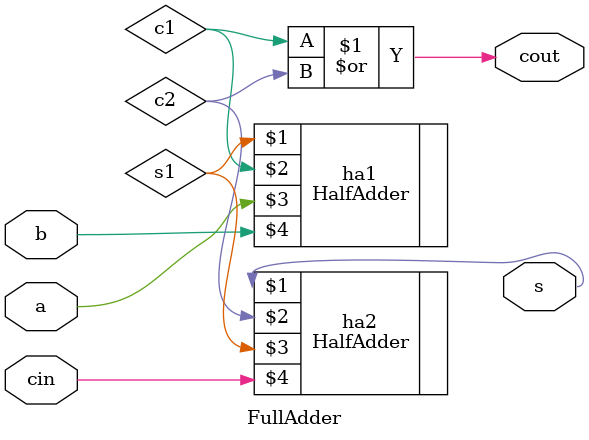
<source format=v>
/* módulo FullAdder */

`include "HalfAdder.v"

`ifndef _FullAdder_
`define _FullAdder_

module FullAdder(s, cout, a, b, cin);
    input a, b, cin;
    output s, cout;

    wire s1, c1, c2;

    HalfAdder ha1(s1, c1, a, b);
    HalfAdder ha2(s, c2, s1, cin);
    or(cout, c1, c2);

endmodule

`endif
</source>
